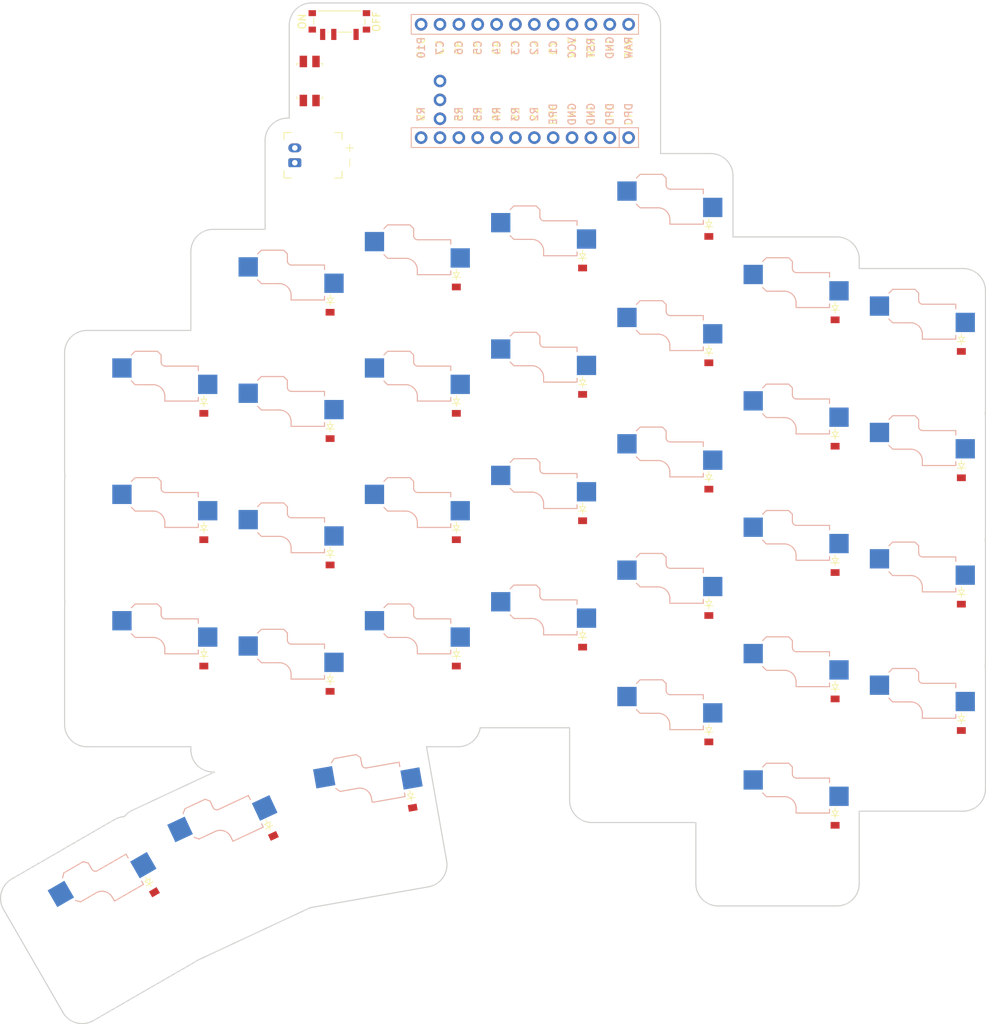
<source format=kicad_pcb>
(kicad_pcb
	(version 20240108)
	(generator "pcbnew")
	(generator_version "8.0")
	(general
		(thickness 1.6)
		(legacy_teardrops no)
	)
	(paper "A3")
	(title_block
		(title "right_pcb")
		(date "2025-08-10")
		(rev "v0.2")
		(company "Happily-Coding")
	)
	(layers
		(0 "F.Cu" signal)
		(31 "B.Cu" signal)
		(32 "B.Adhes" user "B.Adhesive")
		(33 "F.Adhes" user "F.Adhesive")
		(34 "B.Paste" user)
		(35 "F.Paste" user)
		(36 "B.SilkS" user "B.Silkscreen")
		(37 "F.SilkS" user "F.Silkscreen")
		(38 "B.Mask" user)
		(39 "F.Mask" user)
		(40 "Dwgs.User" user "User.Drawings")
		(41 "Cmts.User" user "User.Comments")
		(42 "Eco1.User" user "User.Eco1")
		(43 "Eco2.User" user "User.Eco2")
		(44 "Edge.Cuts" user)
		(45 "Margin" user)
		(46 "B.CrtYd" user "B.Courtyard")
		(47 "F.CrtYd" user "F.Courtyard")
		(48 "B.Fab" user)
		(49 "F.Fab" user)
	)
	(setup
		(pad_to_mask_clearance 0.05)
		(allow_soldermask_bridges_in_footprints no)
		(pcbplotparams
			(layerselection 0x00010fc_ffffffff)
			(plot_on_all_layers_selection 0x0000000_00000000)
			(disableapertmacros no)
			(usegerberextensions no)
			(usegerberattributes yes)
			(usegerberadvancedattributes yes)
			(creategerberjobfile yes)
			(dashed_line_dash_ratio 12.000000)
			(dashed_line_gap_ratio 3.000000)
			(svgprecision 4)
			(plotframeref no)
			(viasonmask no)
			(mode 1)
			(useauxorigin no)
			(hpglpennumber 1)
			(hpglpenspeed 20)
			(hpglpendiameter 15.000000)
			(pdf_front_fp_property_popups yes)
			(pdf_back_fp_property_popups yes)
			(dxfpolygonmode yes)
			(dxfimperialunits yes)
			(dxfusepcbnewfont yes)
			(psnegative no)
			(psa4output no)
			(plotreference yes)
			(plotvalue yes)
			(plotfptext yes)
			(plotinvisibletext no)
			(sketchpadsonfab no)
			(subtractmaskfromsilk no)
			(outputformat 1)
			(mirror no)
			(drillshape 1)
			(scaleselection 1)
			(outputdirectory "")
		)
	)
	(net 0 "")
	(net 1 "mirror_col1_row4")
	(net 2 "C1")
	(net 3 "GND")
	(net 4 "mirror_col1_row3")
	(net 5 "mirror_col1_row2")
	(net 6 "mirror_col1_row1")
	(net 7 "mirror_col2_row5")
	(net 8 "C2")
	(net 9 "mirror_col2_row4")
	(net 10 "mirror_col2_row3")
	(net 11 "mirror_col2_row2")
	(net 12 "mirror_col2_row1")
	(net 13 "mirror_col3_row5")
	(net 14 "C3")
	(net 15 "mirror_col3_row4")
	(net 16 "mirror_col3_row3")
	(net 17 "mirror_col3_row2")
	(net 18 "mirror_col3_row1")
	(net 19 "mirror_col4_row4")
	(net 20 "C4")
	(net 21 "mirror_col4_row3")
	(net 22 "mirror_col4_row2")
	(net 23 "mirror_col4_row1")
	(net 24 "mirror_col5_row4")
	(net 25 "C5")
	(net 26 "mirror_col5_row3")
	(net 27 "mirror_col5_row2")
	(net 28 "mirror_col5_row1")
	(net 29 "mirror_col6_row4")
	(net 30 "C6")
	(net 31 "mirror_col6_row3")
	(net 32 "mirror_col6_row2")
	(net 33 "mirror_col6_row1")
	(net 34 "mirror_col7_row4")
	(net 35 "C7")
	(net 36 "mirror_col7_row3")
	(net 37 "mirror_col7_row2")
	(net 38 "mirror_col1_thumb_row_1")
	(net 39 "mirror_col2_thumb_row_1")
	(net 40 "mirror_col3_thumb_row_1")
	(net 41 "R4")
	(net 42 "R3")
	(net 43 "R2")
	(net 44 "R1")
	(net 45 "R5")
	(net 46 "RAW")
	(net 47 "RST")
	(net 48 "VCC")
	(net 49 "P10")
	(net 50 "DPC")
	(net 51 "DPD")
	(net 52 "DPE")
	(net 53 "R6")
	(net 54 "R7")
	(net 55 "P101")
	(net 56 "P102")
	(net 57 "P107")
	(net 58 "BAT_P")
	(footprint "ceoloide:diode_tht_sod123" (layer "F.Cu") (at 227.75 75.23 90))
	(footprint "ceoloide:diode_tht_sod123" (layer "F.Cu") (at 219.41923 145.830761 115))
	(footprint "ceoloide:diode_tht_sod123" (layer "F.Cu") (at 278.75 99.03 90))
	(footprint "ceoloide:battery_connector_jst_ph_2" (layer "F.Cu") (at 223 55.77 90))
	(footprint "ceoloide:diode_tht_sod123" (layer "F.Cu") (at 261.75 69.28 90))
	(footprint "ceoloide:diode_tht_sod123" (layer "F.Cu") (at 244.75 105.83 90))
	(footprint "ceoloide:diode_tht_sod123" (layer "F.Cu") (at 312.75 114.5 90))
	(footprint "ceoloide:diode_tht_sod123" (layer "F.Cu") (at 244.75 88.83 90))
	(footprint "ceoloide:diode_tht_sod123" (layer "F.Cu") (at 227.75 109.23 90))
	(footprint "ceoloide:diode_tht_sod123" (layer "F.Cu") (at 278.75 116.03 90))
	(footprint "ceoloide:diode_tht_sod123" (layer "F.Cu") (at 278.75 133.03 90))
	(footprint "ceoloide:diode_tht_sod123" (layer "F.Cu") (at 238.591788 141.907015 100))
	(footprint "ceoloide:diode_tht_sod123" (layer "F.Cu") (at 295.75 76.25 90))
	(footprint "ceoloide:diode_tht_sod123" (layer "F.Cu") (at 312.75 80.5 90))
	(footprint "ceoloide:diode_tht_sod123" (layer "F.Cu") (at 210.75 88.83 90))
	(footprint "ceoloide:diode_tht_sod123" (layer "F.Cu") (at 278.75 65.03 90))
	(footprint "ceoloide:diode_tht_sod123" (layer "F.Cu") (at 244.75 71.83 90))
	(footprint "ceoloide:diode_tht_sod123" (layer "F.Cu") (at 261.75 103.28 90))
	(footprint "ceoloide:mcu_nice_nano" (layer "F.Cu") (at 255.25 45.77 -90))
	(footprint "ceoloide:diode_tht_sod123" (layer "F.Cu") (at 210.75 122.83 90))
	(footprint "ceoloide:diode_tht_sod123" (layer "F.Cu") (at 203.268392 153.476132 120))
	(footprint "ceoloide:diode_tht_sod123" (layer "F.Cu") (at 312.75 97.5 90))
	(footprint "ceoloide:diode_tht_sod123" (layer "F.Cu") (at 227.75 92.23 90))
	(footprint "ceoloide:diode_tht_sod123" (layer "F.Cu") (at 244.75 122.83 90))
	(footprint "ceoloide:diode_tht_sod123" (layer "F.Cu") (at 295.75 110.25 90))
	(footprint "ceoloide:diode_tht_sod123" (layer "F.Cu") (at 227.75 126.23 90))
	(footprint "ceoloide:diode_tht_sod123" (layer "F.Cu") (at 278.75 82.03 90))
	(footprint "ceoloide:reset_switch_smd_side" (layer "F.Cu") (at 225 45.77 90))
	(footprint "ceoloide:diode_tht_sod123" (layer "F.Cu") (at 210.75 105.83 90))
	(footprint "ceoloide:diode_tht_sod123" (layer "F.Cu") (at 295.75 127.25 90))
	(footprint "ceoloide:power_switch_smd_side" (layer "F.Cu") (at 229 37.77 90))
	(footprint "ceoloide:diode_tht_sod123" (layer "F.Cu") (at 295.75 144.25 90))
	(footprint "ceoloide:diode_tht_sod123" (layer "F.Cu") (at 261.75 120.28 90))
	(footprint "ceoloide:diode_tht_sod123" (layer "F.Cu") (at 295.75 93.25 90))
	(footprint "ceoloide:diode_tht_sod123" (layer "F.Cu") (at 261.75 86.28 90))
	(footprint "ceoloide:diode_tht_sod123" (layer "F.Cu") (at 312.75 131.5 90))
	(footprint "ceoloide:switch_choc_v1_v2" (layer "B.Cu") (at 220 93.73))
	(footprint "ceoloide:switch_choc_v1_v2" (layer "B.Cu") (at 254 87.78))
	(footprint "ceoloide:switch_choc_v1_v2" (layer "B.Cu") (at 305 133))
	(footprint "ceoloide:switch_choc_v1_v2" (layer "B.Cu") (at 237 73.33))
	(footprint "ceoloide:switch_choc_v1_v2" (layer "B.Cu") (at 197.306695 158.65017 30))
	(footprint "ceoloide:switch_choc_v1_v2" (layer "B.Cu") (at 237 124.33))
	(footprint "ceoloide:switch_choc_v1_v2" (layer "B.Cu") (at 305 116))
	(footprint "ceoloide:switch_choc_v1_v2" (layer "B.Cu") (at 305 82))
	(footprint "ceoloide:switch_choc_v1_v2" (layer "B.Cu") (at 288 128.75))
	(footprint "ceoloide:switch_choc_v1_v2" (layer "B.Cu") (at 254 121.78))
	(footprint "ceoloide:switch_choc_v1_v2" (layer "B.Cu") (at 220 127.73))
	(footprint "ceoloide:switch_choc_v1_v2" (layer "B.Cu") (at 203 90.33))
	(footprint "ceoloide:switch_choc_v1_v2" (layer "B.Cu") (at 288 145.75))
	(footprint "ceoloide:switch_choc_v1_v2" (layer "B.Cu") (at 220 110.73))
	(footprint "ceoloide:switch_choc_v1_v2" (layer "B.Cu") (at 220 76.73))
	(footprint "ceoloide:switch_choc_v1_v2"
		(layer "B.Cu")
		(uuid "7d7f4695-f40b-413a-9a25-522f17ae0004")
		(at 288 111.75)
		(property "Reference" "S7"
			(at 0 8.8 0)
			(layer "B.SilkS")
			(hide yes)
			(uuid "9d403715-2e39-4125-a20d-077831cc1bc4")
			(effects
				(font
					(size 1 1)
					(thickness 0.15)
				)
			)
		)
		(property "Value" ""
			(at 0 0 0)
			(layer "F.Fab")
			(uuid "4a00cf80-09d1-4c8c-b296-faf3f10e1380")
			(effects
				(font
					(size 1.27 1.27)
					(thickness 0.15)
				)
			)
		)
		(property "Footprint" ""
			(at 0 0 0)
			(layer "F.Fab")
			(hide yes)
			(uuid "99e057c1-8197-4895-a885-14b6ec69b66b")
			(effects
				(font
					(size 1.27 1.27)
					(thickness 0.15)
				)
			)
		)
		(property "Datasheet" ""
			(at 0 0 0)
			(layer "F.Fab")
			(hide yes)
			(uuid "91661dd6-2f6b-4485-8a98-1be93ffd3fa8")
			(effects
				(font
					(size 1.27 1.27)
					(thickness 0.15)
				)
			)
		)
		(property "Description" ""
			(at 0 0 0)
			(layer "F.Fab")
			(hide yes)
			(uuid "00f540a7-3a55-47e2-a426-c4a3da9c11e5")
			(effects
				(font
					(size 1.27 1.27)
					(thickness 0.15)
				)
			)
		)
		(attr exclude_from_pos_files exclude_from_bom allow_soldermask_bridges)
		(fp_line
			(start -1.5 -8.2)
			(end -2 -7.7)
			(stroke
				(width 0.15)
				(type solid)
			)
			(layer "B.SilkS")
			(uuid "7eb89f30-6e5c-4290-9160-85f8e6267d02")
		)
		(fp_line
			(start -1.5 -3.7)
			(end -2 -4.2)
			(stroke
				(width 0.15)
				(type solid)
			)
			(layer "B.SilkS")
			(uuid "34c2d327-8e19-40a2-b7ce-9d052920c4d9")
		)
		(fp_line
			(start 0.8 -3.7)
			(end -1.5 -3.7)
			(stroke
				(width 0.15)
				(type solid)
			)
			(layer "B.SilkS")
			(uuid "9976a68c-886b-438e-8320-29c5edadcc5c")
		)
		(fp_line
			(start 1.5 -8.2)
			(end -1.5 -8.2)
			(stroke
				(width 0.15)
				(type solid)
			)
			(layer "B.SilkS")
			(uuid "5a84b200-8c53-491a-8330-16cc941d95fb")
		)
		(fp_line
			(start 2 -7.7)
			(end 1.5 -8.2)
			(stroke
				(width 0.15)
				(type solid)
			)
			(layer "B.SilkS")
			(uuid "c5eddbf7-6370-49c6-8423-b4a0b517aaa0")
		)
		(fp_line
			(start 2 -7.7)
			(end 2 -6.78)
			(stroke
				(width 0.15)
				(type solid)
			)
			(layer "B.SilkS")
			(uuid "08e9944c-8e23-40f1-8a2d-d6620f3d243e")
		)

... [93487 chars truncated]
</source>
